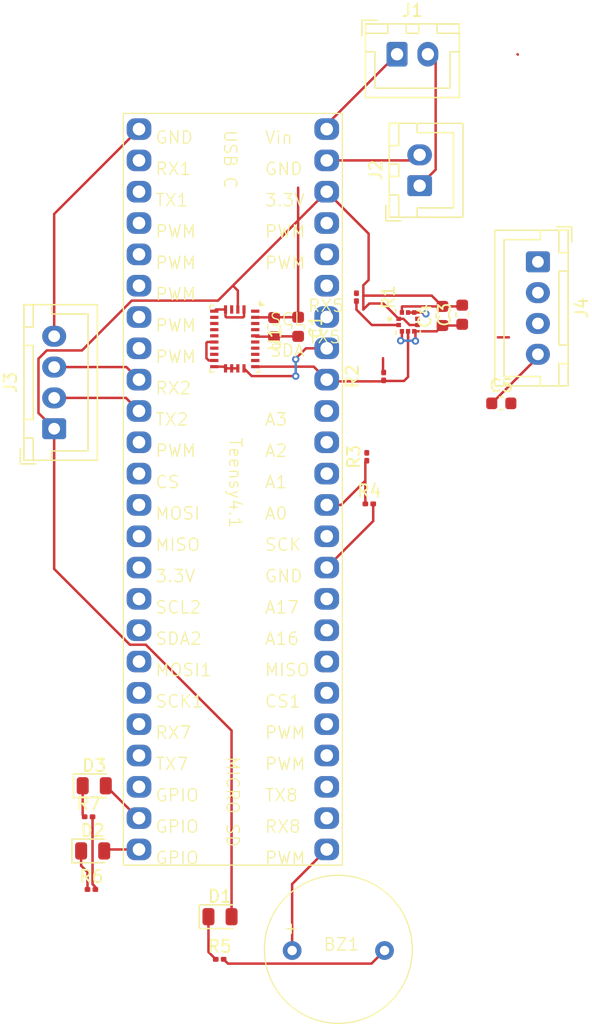
<source format=kicad_pcb>
(kicad_pcb (version 20241229) (generator "pcbnew") (generator_version "9.0")
  (layers (0 "F.Cu" signal) (2 "B.Cu" signal) (13 "F.Paste" user) (15 "B.Paste" user) (5 "F.SilkS" user "F.Silkscreen") (7 "B.SilkS" user "B.Silkscreen") (1 "F.Mask" user) (3 "B.Mask" user) (25 "Edge.Cuts" user))
  (net 0 "")
  (net 1 "GND")
  (net 2 "SDA1")
  (net 3 "SCL1")
  (net 4 "+3.3V")
  (net 6 "Net-(BZ1-+)")
  (net 7 "Net-(U1-CAP)")
  (net 8 "Net-(D1-K)")
  (net 9 "Net-(D2-A)")
  (net 10 "Net-(D2-K)")
  (net 11 "Net-(D3-A)")
  (net 12 "Net-(D3-K)")
  (net 13 "Net-(J1-Pin_1)")
  (net 14 "Net-(J1-Pin_2)")
  (net 15 "TX2")
  (net 16 "Net-(Teensy4.1-A0)")
  (net 37 "RX2")
  (footprint "Resistor_SMD:R_0201_0603Metric" (layer "F.Cu") (at 131.1148 92.5322 -90)
    (property "Reference" "R2" (at 0 2.54 90) (layer "F.SilkS"))
    (property "Value" "5k1")
    (pad "1" smd roundrect (at -0.32 0 270) (size 0.46 0.4) (layers "F.Cu" "F.Mask") (net 4 "+3.3V"))
    (pad "2" smd roundrect (at 0.32 0 270) (size 0.46 0.4) (layers "F.Cu" "F.Mask") (net 2 "SDA1"))
  )
  (footprint "Resistor_SMD:R_0201_0603Metric" (layer "F.Cu") (at 107.1626 128.2446)
    (property "Reference" "R7" (at 0 -1.05 0) (layer "F.SilkS"))
    (property "Value" "560")
    (pad "1" smd roundrect (at -0.32 0) (size 0.46 0.4) (layers "F.Cu" "F.Mask") (net 12 "Net-(D3-K)"))
    (pad "2" smd roundrect (at 0.32 0) (size 0.46 0.4) (layers "F.Cu" "F.Mask") (net 1 "GND"))
  )
  (footprint "adaafruitBuzzer:Adafruit_Buzzer" (layer "F.Cu") (at 127.6858 139.0904)
    (property "Reference" "BZ1" (at 0 -0.5 0) (layer "F.SilkS") (effects (font (thickness 0.1))))
    (property "Value" "Buzzer")
    (fp_circle (center -0.25 -0.1) (end 5.75 -0.25) (stroke (width 0.1)) (fill no) (layer "F.SilkS"))
    (fp_text user "+" (at -4.75 -1.25 0) (layer "F.SilkS") (effects (font (thickness 0.1)) (justify left bottom)))
    (pad "1" thru_hole circle (at -4 0) (size 1.524 1.524) (drill 0.762) (layers "*.Cu" "*.Mask") (net 6 "Net-(BZ1-+)"))
    (pad "2" thru_hole circle (at 3.5 0) (size 1.524 1.524) (drill 0.762) (layers "*.Cu" "*.Mask") (net 1 "GND"))
  )
  (footprint "Resistor_SMD:R_0201_0603Metric" (layer "F.Cu") (at 129.7432 99.0494 90)
    (property "Reference" "R3" (at 0 -1.05 90) (layer "F.SilkS"))
    (property "Value" "200k")
    (pad "1" smd roundrect (at -0.32 0 90) (size 0.46 0.4) (layers "F.Cu" "F.Mask") (net 16 "Net-(Teensy4.1-A0)"))
    (pad "2" smd roundrect (at 0.32 0 90) (size 0.46 0.4) (layers "F.Cu" "F.Mask") (net 14 "Net-(J1-Pin_2)"))
  )
  (footprint "Resistor_SMD:R_0201_0603Metric" (layer "F.Cu") (at 128.905 86.106 -90)
    (property "Reference" "R1" (at 0 -2.5908 90) (layer "F.SilkS"))
    (property "Value" "5k1")
    (pad "1" smd roundrect (at -0.32 0 270) (size 0.46 0.4) (layers "F.Cu" "F.Mask") (net 4 "+3.3V"))
    (pad "2" smd roundrect (at 0.32 0 270) (size 0.46 0.4) (layers "F.Cu" "F.Mask") (net 3 "SCL1"))
  )
  (footprint "Capacitor_SMD:C_0603_1608Metric" (layer "F.Cu") (at 135.89 87.63 90)
    (property "Reference" "C4" (at 0 -1.43 90) (layer "F.SilkS"))
    (property "Value" "100nF")
    (fp_line (start -0.14058 -0.51) (end 0.14058 -0.51) (stroke (width 0.12)) (layer "F.SilkS"))
    (fp_line (start -0.14058 0.51) (end 0.14058 0.51) (stroke (width 0.12)) (layer "F.SilkS"))
    (pad "1" smd roundrect (at -0.775 0 90) (size 0.9 0.95) (layers "F.Cu" "F.Mask" "F.Paste") (net 1 "GND"))
    (pad "2" smd roundrect (at 0.775 0 90) (size 0.9 0.95) (layers "F.Cu" "F.Mask" "F.Paste") (net 4 "+3.3V"))
  )
  (footprint "LED_SMD:LED_0805_2012Metric" (layer "F.Cu") (at 107.6198 125.73)
    (property "Reference" "D3" (at 0 -1.65 0) (layer "F.SilkS"))
    (property "Value" "LED")
    (fp_line (start -1.685 -0.96) (end -1.685 0.96) (stroke (width 0.12)) (layer "F.SilkS"))
    (fp_line (start -1.685 0.96) (end 1 0.96) (stroke (width 0.12)) (layer "F.SilkS"))
    (fp_line (start 1 -0.96) (end -1.685 -0.96) (stroke (width 0.12)) (layer "F.SilkS"))
    (pad "1" smd roundrect (at -0.9375 0) (size 0.975 1.4) (layers "F.Cu" "F.Mask" "F.Paste") (net 12 "Net-(D3-K)"))
    (pad "2" smd roundrect (at 0.9375 0) (size 0.975 1.4) (layers "F.Cu" "F.Mask" "F.Paste") (net 11 "Net-(D3-A)"))
  )
  (footprint "Capacitor_SMD:C_0603_1608Metric" (layer "F.Cu") (at 124.1728 88.5079 -90)
    (property "Reference" "C1" (at 0 -1.43 90) (layer "F.SilkS"))
    (property "Value" "100nF")
    (fp_line (start -0.14058 0.51) (end 0.14058 0.51) (stroke (width 0.12)) (layer "F.SilkS") (net 1953391986))
    (fp_line (start -0.14058 -0.51) (end 0.14058 -0.51) (stroke (width 0.12)) (layer "F.SilkS") (net 1953391986))
    (pad "1" smd roundrect (at -0.775 0 270) (size 0.9 0.95) (layers "F.Cu" "F.Mask" "F.Paste") (net 4 "+3.3V"))
    (pad "2" smd roundrect (at 0.775 0 270) (size 0.9 0.95) (layers "F.Cu" "F.Mask" "F.Paste") (net 1 "GND"))
  )
  (footprint "Connector_JST:JST_XH_B2B-XH-A_1x02_P2.50mm_Vertical" (layer "F.Cu") (at 132.2016 66.404)
    (property "Reference" "J1" (at 1.25 -3.55 0) (layer "F.SilkS"))
    (property "Value" "SW")
    (fp_line (start -2.85 -2.75) (end -2.85 -1.5) (stroke (width 0.12)) (layer "F.SilkS"))
    (fp_line (start -2.56 -2.46) (end -2.56 3.51) (stroke (width 0.12)) (layer "F.SilkS"))
    (fp_line (start -2.56 3.51) (end 5.06 3.51) (stroke (width 0.12)) (layer "F.SilkS"))
    (fp_line (start -2.55 -2.45) (end -2.55 -1.7) (stroke (width 0.12)) (layer "F.SilkS"))
    (fp_line (start -2.55 -1.7) (end -0.75 -1.7) (stroke (width 0.12)) (layer "F.SilkS"))
    (fp_line (start -2.55 -0.2) (end -1.8 -0.2) (stroke (width 0.12)) (layer "F.SilkS"))
    (fp_line (start -1.8 -0.2) (end -1.8 2.75) (stroke (width 0.12)) (layer "F.SilkS"))
    (fp_line (start -1.8 2.75) (end 1.25 2.75) (stroke (width 0.12)) (layer "F.SilkS"))
    (fp_line (start -1.6 -2.75) (end -2.85 -2.75) (stroke (width 0.12)) (layer "F.SilkS"))
    (fp_line (start -0.75 -2.45) (end -2.55 -2.45) (stroke (width 0.12)) (layer "F.SilkS"))
    (fp_line (start -0.75 -1.7) (end -0.75 -2.45) (stroke (width 0.12)) (layer "F.SilkS"))
    (fp_line (start 0.75 -2.45) (end 0.75 -1.7) (stroke (width 0.12)) (layer "F.SilkS"))
    (fp_line (start 0.75 -1.7) (end 1.75 -1.7) (stroke (width 0.12)) (layer "F.SilkS"))
    (fp_line (start 1.75 -2.45) (end 0.75 -2.45) (stroke (width 0.12)) (layer "F.SilkS"))
    (fp_line (start 1.75 -1.7) (end 1.75 -2.45) (stroke (width 0.12)) (layer "F.SilkS"))
    (fp_line (start 3.25 -2.45) (end 3.25 -1.7) (stroke (width 0.12)) (layer "F.SilkS"))
    (fp_line (start 3.25 -1.7) (end 5.05 -1.7) (stroke (width 0.12)) (layer "F.SilkS"))
    (fp_line (start 4.3 -0.2) (end 4.3 2.75) (stroke (width 0.12)) (layer "F.SilkS"))
    (fp_line (start 4.3 2.75) (end 1.25 2.75) (stroke (width 0.12)) (layer "F.SilkS"))
    (fp_line (start 5.05 -2.45) (end 3.25 -2.45) (stroke (width 0.12)) (layer "F.SilkS"))
    (fp_line (start 5.05 -1.7) (end 5.05 -2.45) (stroke (width 0.12)) (layer "F.SilkS"))
    (fp_line (start 5.05 -0.2) (end 4.3 -0.2) (stroke (width 0.12)) (layer "F.SilkS"))
    (fp_line (start 5.06 -2.46) (end -2.56 -2.46) (stroke (width 0.12)) (layer "F.SilkS"))
    (fp_line (start 5.06 3.51) (end 5.06 -2.46) (stroke (width 0.12)) (layer "F.SilkS"))
    (pad "1" thru_hole roundrect (at 0 0) (size 1.7 2) (drill 1) (layers "*.Cu" "*.Mask") (roundrect_rratio 0.147059) (net 13 "Net-(J1-Pin_1)"))
    (pad "2" thru_hole oval (at 2.5 0) (size 1.7 2) (drill 1) (layers "*.Cu" "*.Mask") (net 14 "Net-(J1-Pin_2)"))
  )
  (footprint "Package_LGA:LGA-28_5.2x3.8mm_P0.5mm" (layer "F.Cu") (at 119.0281 89.4909 -90)
    (property "Reference" "U1" (at 0 -3.25 90) (layer "F.SilkS"))
    (property "Value" "BNO055")
    (fp_line (start -2.71 2.01) (end -2.45 2.01) (stroke (width 0.12)) (layer "F.SilkS"))
    (fp_line (start -2.71 2.01) (end -2.71 1.75) (stroke (width 0.12)) (layer "F.SilkS"))
    (fp_line (start 2.71 2.01) (end 2.45 2.01) (stroke (width 0.12)) (layer "F.SilkS"))
    (fp_line (start 2.71 2.01) (end 2.71 1.75) (stroke (width 0.12)) (layer "F.SilkS"))
    (fp_line (start 2.71 -2.01) (end 2.71 -1.75) (stroke (width 0.12)) (layer "F.SilkS"))
    (fp_line (start 2.71 -2.01) (end 2.45 -2.01) (stroke (width 0.12)) (layer "F.SilkS"))
    (fp_poly (pts (xy -2.71 -2.01) (xy -3.07 -2.01) (xy -2.71 -2.37) (xy -2.71 -2.01)) (stroke (width 0.1)) (fill yes) (layer "F.SilkS"))
    (pad "1" smd rect (at -2.25 -1.6625 270) (size 0.254 0.675) (layers "F.Cu" "F.Mask" "F.Paste"))
    (pad "2" smd rect (at -2.3875 -0.75) (size 0.254 0.675) (layers "F.Cu" "F.Mask" "F.Paste") (net 1 "GND"))
    (pad "3" smd rect (at -2.3875 -0.25) (size 0.254 0.675) (layers "F.Cu" "F.Mask" "F.Paste") (net 4 "+3.3V"))
    (pad "4" smd rect (at -2.3875 0.25) (size 0.254 0.675) (layers "F.Cu" "F.Mask" "F.Paste"))
    (pad "5" smd rect (at -2.3875 0.75) (size 0.254 0.675) (layers "F.Cu" "F.Mask" "F.Paste") (net 1 "GND"))
    (pad "6" smd rect (at -2.25 1.6625 270) (size 0.254 0.675) (layers "F.Cu" "F.Mask" "F.Paste") (net 1 "GND"))
    (pad "7" smd rect (at -1.75 1.6625 270) (size 0.254 0.675) (layers "F.Cu" "F.Mask" "F.Paste"))
    (pad "8" smd rect (at -1.25 1.6625 270) (size 0.254 0.675) (layers "F.Cu" "F.Mask" "F.Paste"))
    (pad "9" smd rect (at -0.75 1.6625 270) (size 0.254 0.675) (layers "F.Cu" "F.Mask" "F.Paste") (net 7 "Net-(U1-CAP)"))
    (pad "10" smd rect (at -0.25 1.6625 270) (size 0.254 0.675) (layers "F.Cu" "F.Mask" "F.Paste"))
    (pad "11" smd rect (at 0.25 1.6625 270) (size 0.254 0.675) (layers "F.Cu" "F.Mask" "F.Paste") (net 4 "+3.3V"))
    (pad "12" smd rect (at 0.75 1.6625 270) (size 0.254 0.675) (layers "F.Cu" "F.Mask" "F.Paste"))
    (pad "13" smd rect (at 1.25 1.6625 270) (size 0.254 0.675) (layers "F.Cu" "F.Mask" "F.Paste"))
    (pad "14" smd rect (at 1.75 1.6625 270) (size 0.254 0.675) (layers "F.Cu" "F.Mask" "F.Paste") (net 4 "+3.3V"))
    (pad "15" smd rect (at 2.25 1.6625 270) (size 0.254 0.675) (layers "F.Cu" "F.Mask" "F.Paste") (net 1 "GND"))
    (pad "16" smd rect (at 2.3875 0.75) (size 0.254 0.675) (layers "F.Cu" "F.Mask" "F.Paste") (net 1 "GND"))
    (pad "17" smd rect (at 2.3875 0.25) (size 0.254 0.675) (layers "F.Cu" "F.Mask" "F.Paste") (net 1 "GND"))
    (pad "18" smd rect (at 2.3875 -0.25) (size 0.254 0.675) (layers "F.Cu" "F.Mask" "F.Paste") (net 1 "GND"))
    (pad "19" smd rect (at 2.3875 -0.75) (size 0.254 0.675) (layers "F.Cu" "F.Mask" "F.Paste") (net 3 "SCL1"))
    (pad "20" smd rect (at 2.25 -1.6625 270) (size 0.254 0.675) (layers "F.Cu" "F.Mask" "F.Paste") (net 2 "SDA1"))
    (pad "21" smd rect (at 1.75 -1.6625 270) (size 0.254 0.675) (layers "F.Cu" "F.Mask" "F.Paste"))
    (pad "22" smd rect (at 1.25 -1.6625 270) (size 0.254 0.675) (layers "F.Cu" "F.Mask" "F.Paste"))
    (pad "23" smd rect (at 0.75 -1.6625 270) (size 0.254 0.675) (layers "F.Cu" "F.Mask" "F.Paste"))
    (pad "24" smd rect (at 0.25 -1.6625 270) (size 0.254 0.675) (layers "F.Cu" "F.Mask" "F.Paste"))
    (pad "25" smd rect (at -0.25 -1.6625 270) (size 0.254 0.675) (layers "F.Cu" "F.Mask" "F.Paste") (net 1 "GND"))
    (pad "26" smd rect (at -0.75 -1.6625 270) (size 0.254 0.675) (layers "F.Cu" "F.Mask" "F.Paste"))
    (pad "27" smd rect (at -1.25 -1.6625 270) (size 0.254 0.675) (layers "F.Cu" "F.Mask" "F.Paste"))
    (pad "28" smd rect (at -1.75 -1.6625 270) (size 0.254 0.675) (layers "F.Cu" "F.Mask" "F.Paste") (net 4 "+3.3V"))
  )
  (footprint "LED_SMD:LED_0805_2012Metric" (layer "F.Cu") (at 107.4928 131.0132)
    (property "Reference" "D2" (at 0 -1.65 0) (layer "F.SilkS"))
    (property "Value" "LED")
    (fp_line (start -1.685 -0.96) (end -1.685 0.96) (stroke (width 0.12)) (layer "F.SilkS"))
    (fp_line (start -1.685 0.96) (end 1 0.96) (stroke (width 0.12)) (layer "F.SilkS"))
    (fp_line (start 1 -0.96) (end -1.685 -0.96) (stroke (width 0.12)) (layer "F.SilkS"))
    (pad "1" smd roundrect (at -0.9375 0) (size 0.975 1.4) (layers "F.Cu" "F.Mask" "F.Paste") (net 10 "Net-(D2-K)"))
    (pad "2" smd roundrect (at 0.9375 0) (size 0.975 1.4) (layers "F.Cu" "F.Mask" "F.Paste") (net 9 "Net-(D2-A)"))
  )
  (footprint "Resistor_SMD:R_0201_0603Metric" (layer "F.Cu") (at 107.3912 134.1374)
    (property "Reference" "R6" (at 0 -1.05 0) (layer "F.SilkS"))
    (property "Value" "560")
    (pad "1" smd roundrect (at -0.32 0) (size 0.46 0.4) (layers "F.Cu" "F.Mask") (net 10 "Net-(D2-K)"))
    (pad "2" smd roundrect (at 0.32 0) (size 0.46 0.4) (layers "F.Cu" "F.Mask") (net 1 "GND"))
  )
  (footprint "Capacitor_SMD:C_0603_1608Metric" (layer "F.Cu") (at 122.217 88.5333 90)
    (property "Reference" "C2" (hide yes))
    (property "Value" "100nF")
    (fp_line (start -0.14058 -0.51) (end 0.14058 -0.51) (stroke (width 0.12)) (layer "F.SilkS") (net 1953391986))
    (fp_line (start -0.14058 0.51) (end 0.14058 0.51) (stroke (width 0.12)) (layer "F.SilkS") (net 1953391986))
    (pad "1" smd roundrect (at -0.775 0 90) (size 0.9 0.95) (layers "F.Cu" "F.Mask" "F.Paste") (net 1 "GND"))
    (pad "2" smd roundrect (at 0.775 0 90) (size 0.9 0.95) (layers "F.Cu" "F.Mask" "F.Paste") (net 4 "+3.3V"))
  )
  (footprint "Capacitor_SMD:C_0603_1608Metric" (layer "F.Cu") (at 140.6652 94.7166)
    (property "Reference" "C5" (at 0 -1.43 0) (layer "F.SilkS"))
    (property "Value" "100nF")
    (fp_line (start -0.14058 -0.51) (end 0.14058 -0.51) (stroke (width 0.12)) (layer "F.SilkS"))
    (fp_line (start -0.14058 0.51) (end 0.14058 0.51) (stroke (width 0.12)) (layer "F.SilkS"))
    (pad "1" smd roundrect (at -0.775 0) (size 0.9 0.95) (layers "F.Cu" "F.Mask" "F.Paste") (net 1 "GND"))
    (pad "2" smd roundrect (at 0.775 0) (size 0.9 0.95) (layers "F.Cu" "F.Mask" "F.Paste") (net 7 "Net-(U1-CAP)"))
  )
  (footprint "LED_SMD:LED_0805_2012Metric" (layer "F.Cu") (at 117.8306 136.3472)
    (property "Reference" "D1" (at 0 -1.65 0) (layer "F.SilkS"))
    (property "Value" "LED")
    (fp_line (start -1.685 -0.96) (end -1.685 0.96) (stroke (width 0.12)) (layer "F.SilkS"))
    (fp_line (start -1.685 0.96) (end 1 0.96) (stroke (width 0.12)) (layer "F.SilkS"))
    (fp_line (start 1 -0.96) (end -1.685 -0.96) (stroke (width 0.12)) (layer "F.SilkS"))
    (pad "1" smd roundrect (at -0.9375 0) (size 0.975 1.4) (layers "F.Cu" "F.Mask" "F.Paste") (net 8 "Net-(D1-K)"))
    (pad "2" smd roundrect (at 0.9375 0) (size 0.975 1.4) (layers "F.Cu" "F.Mask" "F.Paste") (net 4 "+3.3V"))
  )
  (footprint "footprint:teensy" (layer "F.Cu") (at 118.8733 101.6846)
    (property "Reference" "Teensy4.1" (at 0.2 -0.5 270) (layer "F.SilkS") (effects (font (thickness 0.1))))
    (property "Value" "~")
    (fp_line (start -8.89 -1.27) (end -8.89 -30.48) (stroke (width 0.1)) (layer "F.SilkS"))
    (fp_line (start -8.89 -1.27) (end -8.89 0) (stroke (width 0.1)) (layer "F.SilkS"))
    (fp_line (start -8.89 0) (end -8.89 30.48) (stroke (width 0.1)) (layer "F.SilkS"))
    (fp_line (start -8.89 30.48) (end 8.89 30.48) (stroke (width 0.1)) (layer "F.SilkS"))
    (fp_line (start 8.89 -30.48) (end -8.89 -30.48) (stroke (width 0.1)) (layer "F.SilkS"))
    (fp_line (start 8.89 -30.48) (end 8.89 -2.54) (stroke (width 0.1)) (layer "F.SilkS"))
    (fp_line (start 8.89 30.48) (end 8.89 -2.54) (stroke (width 0.1)) (layer "F.SilkS"))
    (fp_text user "PWM" (at 2.54 -17.78 0) (layer "F.SilkS") (effects (font (thickness 0.1)) (justify left bottom)))
    (fp_text user "USB C" (at -0.8 -29.2 270) (layer "F.SilkS") (effects (font (thickness 0.1)) (justify left bottom)))
    (fp_text user "SDA2" (at -6.35 12.7 0) (layer "F.SilkS") (effects (font (thickness 0.1)) (justify left bottom)))
    (fp_text user "TX8" (at 2.54 25.4 0) (layer "F.SilkS") (effects (font (thickness 0.1)) (justify left bottom)))
    (fp_text user "PWM" (at -6.35 -10.16 0) (layer "F.SilkS") (effects (font (thickness 0.1)) (justify left bottom)))
    (fp_text user "TX2" (at -6.35 -5.08 0) (layer "F.SilkS") (effects (font (thickness 0.1)) (justify left bottom)))
    (fp_text user "GPIO" (at -6.35 27.94 0) (layer "F.SilkS") (effects (font (thickness 0.1)) (justify left bottom)))
    (fp_text user "PWM" (at -6.35 -17.78 0) (layer "F.SilkS") (effects (font (thickness 0.1)) (justify left bottom)))
    (fp_text user "GND" (at -6.35 -27.94 0) (layer "F.SilkS") (effects (font (thickness 0.1)) (justify left bottom)))
    (fp_text user "CS" (at -6.35 0 0) (layer "F.SilkS") (effects (font (thickness 0.1)) (justify left bottom)))
    (fp_text user "A16" (at 2.54 12.7 0) (layer "F.SilkS") (effects (font (thickness 0.1)) (justify left bottom)))
    (fp_text user "PWM" (at 2.54 -20.32 0) (layer "F.SilkS") (effects (font (thickness 0.1)) (justify left bottom)))
    (fp_text user "PWM" (at -6.35 -20.32 0) (layer "F.SilkS") (effects (font (thickness 0.1)) (justify left bottom)))
    (fp_text user "PWM" (at 2.54 30.48 0) (layer "F.SilkS") (effects (font (thickness 0.1)) (justify left bottom)))
    (fp_text user "A1" (at 2.54 0 0) (layer "F.SilkS") (effects (font (thickness 0.1)) (justify left bottom)))
    (fp_text user "RX1" (at -6.35 -25.4 0) (layer "F.SilkS") (effects (font (thickness 0.1)) (justify left bottom)))
    (fp_text user "SCK1" (at -6.35 17.78 0) (layer "F.SilkS") (effects (font (thickness 0.1)) (justify left bottom)))
    (fp_text user "MISO" (at 2.54 15.24 0) (layer "F.SilkS") (effects (font (thickness 0.1)) (justify left bottom)))
    (fp_text user "TX7" (at -6.35 22.86 0) (layer "F.SilkS") (effects (font (thickness 0.1)) (justify left bottom)))
    (fp_text user "MOSI" (at -6.35 2.54 0) (layer "F.SilkS") (effects (font (thickness 0.1)) (justify left bottom)))
    (fp_text user "SCL2" (at -6.35 10.16 0) (layer "F.SilkS") (effects (font (thickness 0.1)) (justify left bottom)))
    (fp_text user "RX5" (at 6.038 -14.2989 0) (layer "F.SilkS") (effects (font (thickness 0.1)) (justify left bottom)))
    (fp_text user "MOSI1" (at -6.35 15.24 0) (layer "F.SilkS") (effects (font (thickness 0.1)) (justify left bottom)))
    (fp_text user "SDA" (at 2.9386 -10.6667 0) (layer "F.SilkS") (effects (font (thickness 0.1)) (justify left bottom)))
    (fp_text user "A3" (at 2.54 -5.08 0) (layer "F.SilkS") (effects (font (thickness 0.1)) (justify left bottom)))
    (fp_text user "PWM" (at -6.35 -12.7 0) (layer "F.SilkS") (effects (font (thickness 0.1)) (justify left bottom)))
    (fp_text user "GPIO" (at -6.35 25.4 0) (layer "F.SilkS") (effects (font (thickness 0.1)) (justify left bottom)))
    (fp_text user "GND" (at 2.54 7.62 0) (layer "F.SilkS") (effects (font (thickness 0.1)) (justify left bottom)))
    (fp_text user "3.3V" (at -6.35 7.62 0) (layer "F.SilkS") (effects (font (thickness 0.1)) (justify left bottom)))
    (fp_text user "TX1" (at -6.35 -22.86 0) (layer "F.SilkS") (effects (font (thickness 0.1)) (justify left bottom)))
    (fp_text user "MISO" (at -6.35 5.08 0) (layer "F.SilkS") (effects (font (thickness 0.1)) (justify left bottom)))
    (fp_text user "PWM" (at -6.35 -15.24 0) (layer "F.SilkS") (effects (font (thickness 0.1)) (justify left bottom)))
    (fp_text user "A2" (at 2.54 -2.54 0) (layer "F.SilkS") (effects (font (thickness 0.1)) (justify left bottom)))
    (fp_text user "GPIO" (at -6.35 30.48 0) (layer "F.SilkS") (effects (font (thickness 0.1)) (justify left bottom)))
    (fp_text user "MICRO SD" (at -0.6 21.59 270) (layer "F.SilkS") (effects (font (thickness 0.1)) (justify left bottom)))
    (fp_text user "A17" (at 2.54 10.16 0) (layer "F.SilkS") (effects (font (thickness 0.1)) (justify left bottom)))
    (fp_text user "PWM" (at -6.35 -2.54 0) (layer "F.SilkS") (effects (font (thickness 0.1)) (justify left bottom)))
    (fp_text user "PWM" (at 2.54 22.86 0) (layer "F.SilkS") (effects (font (thickness 0.1)) (justify left bottom)))
    (fp_text user "A0" (at 2.54 2.54 0) (layer "F.SilkS") (effects (font (thickness 0.1)) (justify left bottom)))
    (fp_text user "RX2" (at -6.35 -7.62 0) (layer "F.SilkS") (effects (font (thickness 0.1)) (justify left bottom)))
    (fp_text user "RX7" (at -6.35 20.32 0) (layer "F.SilkS") (effects (font (thickness 0.1)) (justify left bottom)))
    (fp_text user "PWM" (at 2.54 20.32 0) (layer "F.SilkS") (effects (font (thickness 0.1)) (justify left bottom)))
    (fp_text user "GND" (at 2.54 -25.4 0) (layer "F.SilkS") (effects (font (thickness 0.1)) (justify left bottom)))
    (fp_text user "SCL" (at 2.9386 -13.2067 0) (layer "F.SilkS") (effects (font (thickness 0.1)) (justify left bottom)))
    (fp_text user "TX5" (at 6.038 -11.7589 0) (layer "F.SilkS") (effects (font (thickness 0.1)) (justify left bottom)))
    (fp_text user "3.3V" (at 2.54 -22.86 0) (layer "F.SilkS") (effects (font (thickness 0.1)) (justify left bottom)))
    (fp_text user "RX8" (at 2.54 27.94 0) (layer "F.SilkS") (effects (font (thickness 0.1)) (justify left bottom)))
    (fp_text user "CS1" (at 2.54 17.78 0) (layer "F.SilkS") (effects (font (thickness 0.1)) (justify left bottom)))
    (fp_text user "Vin" (at 2.54 -27.94 0) (layer "F.SilkS") (effects (font (thickness 0.1)) (justify left bottom)))
    (fp_text user "SCK" (at 2.54 5.08 0) (layer "F.SilkS") (effects (font (thickness 0.1)) (justify left bottom)))
    (pad "0" thru_hole roundrect (at -7.62 -26.67) (size 2 1.75) (drill 1.02) (layers "*.Cu" "*.Mask") (roundrect_rratio 0.375))
    (pad "1" thru_hole roundrect (at -7.62 -24.13) (size 2 1.75) (drill 1.02) (layers "*.Cu" "*.Mask") (roundrect_rratio 0.375))
    (pad "2" thru_hole roundrect (at -7.62 -21.59) (size 2 1.75) (drill 1.02) (layers "*.Cu" "*.Mask") (roundrect_rratio 0.375))
    (pad "3" thru_hole roundrect (at -7.62 -19.05) (size 2 1.75) (drill 1.02) (layers "*.Cu" "*.Mask") (roundrect_rratio 0.375))
    (pad "3V" thru_hole roundrect (at -7.62 6.35) (size 2 1.75) (drill 1.02) (layers "*.Cu" "*.Mask") (roundrect_rratio 0.375))
    (pad "3V1" thru_hole roundrect (at 7.62 -24.13) (size 2 1.75) (drill 1.02) (layers "*.Cu" "*.Mask") (roundrect_rratio 0.375) (net 4 "+3.3V"))
    (pad "4" thru_hole roundrect (at -7.62 -16.51) (size 2 1.75) (drill 1.02) (layers "*.Cu" "*.Mask") (roundrect_rratio 0.375))
    (pad "5" thru_hole roundrect (at -7.62 -13.97) (size 2 1.75) (drill 1.02) (layers "*.Cu" "*.Mask") (roundrect_rratio 0.375))
    (pad "5V" thru_hole roundrect (at 7.62 -29.21) (size 2 1.75) (drill 1.02) (layers "*.Cu" "*.Mask") (roundrect_rratio 0.375) (net 13 "Net-(J1-Pin_1)"))
    (pad "6" thru_hole roundrect (at -7.62 -11.43) (size 2 1.75) (drill 1.02) (layers "*.Cu" "*.Mask") (roundrect_rratio 0.375))
    (pad "7" thru_hole roundrect (at -7.62 -8.89) (size 2 1.75) (drill 1.02) (layers "*.Cu" "*.Mask") (roundrect_rratio 0.375) (net 37 "RX2"))
    (pad "8" thru_hole roundrect (at -7.62 -6.35) (size 2 1.75) (drill 1.02) (layers "*.Cu" "*.Mask") (roundrect_rratio 0.375) (net 15 "TX2"))
    (pad "9" thru_hole roundrect (at -7.62 -3.81) (size 2 1.75) (drill 1.02) (layers "*.Cu" "*.Mask") (roundrect_rratio 0.375))
    (pad "10" thru_hole roundrect (at -7.62 -1.27) (size 2 1.75) (drill 1.02) (layers "*.Cu" "*.Mask") (roundrect_rratio 0.375))
    (pad "11" thru_hole roundrect (at -7.62 1.27) (size 2 1.75) (drill 1.02) (layers "*.Cu" "*.Mask") (roundrect_rratio 0.375))
    (pad "12" thru_hole roundrect (at -7.62 3.81) (size 2 1.75) (drill 1.02) (layers "*.Cu" "*.Mask") (roundrect_rratio 0.375))
    (pad "13" thru_hole roundrect (at 7.62 3.81) (size 2 1.75) (drill 1.02) (layers "*.Cu" "*.Mask") (roundrect_rratio 0.375))
    (pad "14" thru_hole roundrect (at 7.62 1.27) (size 2 1.75) (drill 1.02) (layers "*.Cu" "*.Mask") (roundrect_rratio 0.375) (net 16 "Net-(Teensy4.1-A0)"))
    (pad "15" thru_hole roundrect (at 7.62 -1.27) (size 2 1.75) (drill 1.02) (layers "*.Cu" "*.Mask") (roundrect_rratio 0.375))
    (pad "16" thru_hole roundrect (at 7.62 -3.81) (size 2 1.75) (drill 1.02) (layers "*.Cu" "*.Mask") (roundrect_rratio 0.375))
    (pad "17" thru_hole roundrect (at 7.62 -6.35) (size 2 1.75) (drill 1.02) (layers "*.Cu" "*.Mask") (roundrect_rratio 0.375))
    (pad "18" thru_hole roundrect (at 7.62 -8.89) (size 2 1.75) (drill 1.02) (layers "*.Cu" "*.Mask") (roundrect_rratio 0.375) (net 2 "SDA1"))
    (pad "19" thru_hole roundrect (at 7.62 -11.43) (size 2 1.75) (drill 1.02) (layers "*.Cu" "*.Mask") (roundrect_rratio 0.375) (net 3 "SCL1"))
    (pad "20" thru_hole roundrect (at 7.62 -13.97) (size 2 1.75) (drill 1.02) (layers "*.Cu" "*.Mask") (roundrect_rratio 0.375))
    (pad "21" thru_hole roundrect (at 7.62 -16.51) (size 2 1.75) (drill 1.02) (layers "*.Cu" "*.Mask") (roundrect_rratio 0.375))
    (pad "22" thru_hole roundrect (at 7.62 -19.05) (size 2 1.75) (drill 1.02) (layers "*.Cu" "*.Mask") (roundrect_rratio 0.375))
    (pad "23" thru_hole roundrect (at 7.62 -21.59) (size 2 1.75) (drill 1.02) (layers "*.Cu" "*.Mask") (roundrect_rratio 0.375))
    (pad "24" thru_hole roundrect (at -7.62 8.89) (size 2 1.75) (drill 1.02) (layers "*.Cu" "*.Mask") (roundrect_rratio 0.375))
    (pad "25" thru_hole roundrect (at -7.62 11.43) (size 2 1.75) (drill 1.02) (layers "*.Cu" "*.Mask") (roundrect_rratio 0.375))
    (pad "26" thru_hole roundrect (at -7.62 13.97) (size 2 1.75) (drill 1.02) (layers "*.Cu" "*.Mask") (roundrect_rratio 0.375))
    (pad "27" thru_hole roundrect (at -7.62 16.51) (size 2 1.75) (drill 1.02) (layers "*.Cu" "*.Mask") (roundrect_rratio 0.375))
    (pad "28" thru_hole roundrect (at -7.62 19.05) (size 2 1.75) (drill 1.02) (layers "*.Cu" "*.Mask") (roundrect_rratio 0.375))
    (pad "29" thru_hole roundrect (at -7.62 21.59) (size 2 1.75) (drill 1.02) (layers "*.Cu" "*.Mask") (roundrect_rratio 0.375))
    (pad "30" thru_hole roundrect (at -7.62 24.13) (size 2 1.75) (drill 1.02) (layers "*.Cu" "*.Mask") (roundrect_rratio 0.375))
    (pad "31" thru_hole roundrect (at -7.62 26.67) (size 2 1.75) (drill 1.02) (layers "*.Cu" "*.Mask") (roundrect_rratio 0.375) (net 11 "Net-(D3-A)"))
    (pad "32" thru_hole roundrect (at -7.62 29.21) (size 2 1.75) (drill 1.02) (layers "*.Cu" "*.Mask") (roundrect_rratio 0.375) (net 9 "Net-(D2-A)"))
    (pad "33" thru_hole roundrect (at 7.62 29.21) (size 2 1.75) (drill 1.02) (layers "*.Cu" "*.Mask") (roundrect_rratio 0.375) (net 6 "Net-(BZ1-+)"))
    (pad "34" thru_hole roundrect (at 7.62 26.67) (size 2 1.75) (drill 1.02) (layers "*.Cu" "*.Mask") (roundrect_rratio 0.375))
    (pad "35" thru_hole roundrect (at 7.62 24.13) (size 2 1.75) (drill 1.02) (layers "*.Cu" "*.Mask") (roundrect_rratio 0.375))
    (pad "36" thru_hole roundrect (at 7.62 21.59) (size 2 1.75) (drill 1.02) (layers "*.Cu" "*.Mask") (roundrect_rratio 0.375))
    (pad "37" thru_hole roundrect (at 7.62 19.05) (size 2 1.75) (drill 1.02) (layers "*.Cu" "*.Mask") (roundrect_rratio 0.375))
    (pad "38" thru_hole roundrect (at 7.62 16.51) (size 2 1.75) (drill 1.02) (layers "*.Cu" "*.Mask") (roundrect_rratio 0.375))
    (pad "39" thru_hole roundrect (at 7.62 13.97) (size 2 1.75) (drill 1.02) (layers "*.Cu" "*.Mask") (roundrect_rratio 0.375))
    (pad "40" thru_hole roundrect (at 7.62 11.43) (size 2 1.75) (drill 1.02) (layers "*.Cu" "*.Mask") (roundrect_rratio 0.375))
    (pad "41" thru_hole roundrect (at 7.62 8.89) (size 2 1.75) (drill 1.02) (layers "*.Cu" "*.Mask") (roundrect_rratio 0.375))
    (pad "G" thru_hole roundrect (at -7.62 -29.21) (size 2 1.75) (drill 1.02) (layers "*.Cu" "*.Mask") (roundrect_rratio 0.375) (net 1 "GND"))
    (pad "G1" thru_hole roundrect (at 7.62 -26.67) (size 2 1.75) (drill 1.02) (layers "*.Cu" "*.Mask") (roundrect_rratio 0.375) (net 1 "GND"))
    (pad "G2" thru_hole roundrect (at 7.62 6.35) (size 2 1.75) (drill 1.02) (layers "*.Cu" "*.Mask") (roundrect_rratio 0.375) (net 1 "GND"))
  )
  (footprint "Connector_JST:JST_XH_B2B-XH-A_1x02_P2.50mm_Vertical" (layer "F.Cu") (at 134.0358 77.0636 90)
    (property "Reference" "J2" (at 1.25 -3.55 90) (layer "F.SilkS"))
    (property "Value" "BAT")
    (fp_line (start -1.6 -2.75) (end -2.85 -2.75) (stroke (width 0.12)) (layer "F.SilkS"))
    (fp_line (start -2.85 -2.75) (end -2.85 -1.5) (stroke (width 0.12)) (layer "F.SilkS"))
    (fp_line (start 5.06 -2.46) (end -2.56 -2.46) (stroke (width 0.12)) (layer "F.SilkS"))
    (fp_line (start -2.56 -2.46) (end -2.56 3.51) (stroke (width 0.12)) (layer "F.SilkS"))
    (fp_line (start 5.05 -2.45) (end 3.25 -2.45) (stroke (width 0.12)) (layer "F.SilkS"))
    (fp_line (start 3.25 -2.45) (end 3.25 -1.7) (stroke (width 0.12)) (layer "F.SilkS"))
    (fp_line (start 1.75 -2.45) (end 0.75 -2.45) (stroke (width 0.12)) (layer "F.SilkS"))
    (fp_line (start 0.75 -2.45) (end 0.75 -1.7) (stroke (width 0.12)) (layer "F.SilkS"))
    (fp_line (start -0.75 -2.45) (end -2.55 -2.45) (stroke (width 0.12)) (layer "F.SilkS"))
    (fp_line (start -2.55 -2.45) (end -2.55 -1.7) (stroke (width 0.12)) (layer "F.SilkS"))
    (fp_line (start 5.05 -1.7) (end 5.05 -2.45) (stroke (width 0.12)) (layer "F.SilkS"))
    (fp_line (start 3.25 -1.7) (end 5.05 -1.7) (stroke (width 0.12)) (layer "F.SilkS"))
    (fp_line (start 1.75 -1.7) (end 1.75 -2.45) (stroke (width 0.12)) (layer "F.SilkS"))
    (fp_line (start 0.75 -1.7) (end 1.75 -1.7) (stroke (width 0.12)) (layer "F.SilkS"))
    (fp_line (start -0.75 -1.7) (end -0.75 -2.45) (stroke (width 0.12)) (layer "F.SilkS"))
    (fp_line (start -2.55 -1.7) (end -0.75 -1.7) (stroke (width 0.12)) (layer "F.SilkS"))
    (fp_line (start 5.05 -0.2) (end 4.3 -0.2) (stroke (width 0.12)) (layer "F.SilkS"))
    (fp_line (start 4.3 -0.2) (end 4.3 2.75) (stroke (width 0.12)) (layer "F.SilkS"))
    (fp_line (start -1.8 -0.2) (end -1.8 2.75) (stroke (width 0.12)) (layer "F.SilkS"))
    (fp_line (start -2.55 -0.2) (end -1.8 -0.2) (stroke (width 0.12)) (layer "F.SilkS"))
    (fp_line (start 4.3 2.75) (end 1.25 2.75) (stroke (width 0.12)) (layer "F.SilkS"))
    (fp_line (start -1.8 2.75) (end 1.25 2.75) (stroke (width 0.12)) (layer "F.SilkS"))
    (fp_line (start 5.06 3.51) (end 5.06 -2.46) (stroke (width 0.12)) (layer "F.SilkS"))
    (fp_line (start -2.56 3.51) (end 5.06 3.51) (stroke (width 0.12)) (layer "F.SilkS"))
    (pad "1" thru_hole roundrect (at 0 0 90) (size 1.7 2) (drill 1) (layers "*.Cu" "*.Mask") (roundrect_rratio 0.147059) (net 14 "Net-(J1-Pin_2)"))
    (pad "2" thru_hole oval (at 2.5 0 90) (size 1.7 2) (drill 1) (layers "*.Cu" "*.Mask") (net 1 "GND"))
  )
  (footprint "Resistor_SMD:R_0201_0603Metric" (layer "F.Cu") (at 129.9464 102.87)
    (property "Reference" "R4" (at 0 -1.05 0) (layer "F.SilkS"))
    (property "Value" "300k")
    (pad "1" smd roundrect (at -0.32 0) (size 0.46 0.4) (layers "F.Cu" "F.Mask") (net 16 "Net-(Teensy4.1-A0)"))
    (pad "2" smd roundrect (at 0.32 0) (size 0.46 0.4) (layers "F.Cu" "F.Mask") (net 1 "GND"))
  )
  (footprint "LPS22DFTR:XDCR_LPS22DFTR" (layer "F.Cu") (at 133.096 88.1126)
    (property "Reference" "A1" (hide yes))
    (property "Value" "LPS22DFTR" (hide yes))
    (fp_line (start -1 -0.745) (end -1 -1) (stroke (width 0.127)) (layer "F.SilkS"))
    (fp_line (start -1 1) (end -1 0.745) (stroke (width 0.127)) (layer "F.SilkS"))
    (fp_line (start 1 -1) (end 1 -0.745) (stroke (width 0.127)) (layer "F.SilkS"))
    (fp_line (start 1 1) (end 1 0.745) (stroke (width 0.127)) (layer "F.SilkS"))
    (fp_circle (center -1.5 -0.25) (end -1.4 -0.25) (stroke (width 0.2)) (fill no) (layer "F.SilkS"))
    (pad "1" smd rect (at -0.7625 -0.25) (size 0.375 0.35) (layers "F.Cu") (net 4 "+3.3V"))
    (pad "2" smd rect (at -0.7625 0.25) (size 0.375 0.35) (layers "F.Cu") (net 3 "SCL1"))
    (pad "3" smd rect (at -0.5 0.7625) (size 0.35 0.375) (layers "F.Cu") (net 1 "GND"))
    (pad "4" smd rect (at 0 0.7625) (size 0.35 0.375) (layers "F.Cu") (net 2 "SDA1"))
    (pad "5" smd rect (at 0.5 0.7625) (size 0.35 0.375) (layers "F.Cu") (net 1 "GND"))
    (pad "6" smd rect (at 0.7625 0.25) (size 0.375 0.35) (layers "F.Cu") (net 4 "+3.3V"))
    (pad "7" smd rect (at 0.7625 -0.25) (size 0.375 0.35) (layers "F.Cu"))
    (pad "8" smd rect (at 0.5 -0.7625) (size 0.35 0.375) (layers "F.Cu") (net 1 "GND"))
    (pad "9" smd rect (at 0 -0.7625) (size 0.35 0.375) (layers "F.Cu") (net 1 "GND"))
    (pad "10" smd rect (at -0.5 -0.7625) (size 0.35 0.375) (layers "F.Cu") (net 4 "+3.3V"))
  )
  (footprint "Connector_JST:JST_XH_B4B-XH-A_1x04_P2.50mm_Vertical" (layer "F.Cu") (at 143.637 83.2396 -90)
    (property "Reference" "J4" (at 3.75 -3.55 90) (layer "F.SilkS"))
    (property "Value" "I2C")
    (fp_line (start -2.56 3.51) (end 10.06 3.51) (stroke (width 0.12)) (layer "F.SilkS"))
    (fp_line (start 10.06 3.51) (end 10.06 -2.46) (stroke (width 0.12)) (layer "F.SilkS"))
    (fp_line (start -1.8 2.75) (end 3.75 2.75) (stroke (width 0.12)) (layer "F.SilkS"))
    (fp_line (start 9.3 2.75) (end 3.75 2.75) (stroke (width 0.12)) (layer "F.SilkS"))
    (fp_line (start -2.55 -0.2) (end -1.8 -0.2) (stroke (width 0.12)) (layer "F.SilkS"))
    (fp_line (start -1.8 -0.2) (end -1.8 2.75) (stroke (width 0.12)) (layer "F.SilkS"))
    (fp_line (start 9.3 -0.2) (end 9.3 2.75) (stroke (width 0.12)) (layer "F.SilkS"))
    (fp_line (start 10.05 -0.2) (end 9.3 -0.2) (stroke (width 0.12)) (layer "F.SilkS"))
    (fp_line (start -2.55 -1.7) (end -0.75 -1.7) (stroke (width 0.12)) (layer "F.SilkS"))
    (fp_line (start -0.75 -1.7) (end -0.75 -2.45) (stroke (width 0.12)) (layer "F.SilkS"))
    (fp_line (start 0.75 -1.7) (end 6.75 -1.7) (stroke (width 0.12)) (layer "F.SilkS"))
    (fp_line (start 6.75 -1.7) (end 6.75 -2.45) (stroke (width 0.12)) (layer "F.SilkS"))
    (fp_line (start 8.25 -1.7) (end 10.05 -1.7) (stroke (width 0.12)) (layer "F.SilkS"))
    (fp_line (start 10.05 -1.7) (end 10.05 -2.45) (stroke (width 0.12)) (layer "F.SilkS"))
    (fp_line (start -2.55 -2.45) (end -2.55 -1.7) (stroke (width 0.12)) (layer "F.SilkS"))
    (fp_line (start -0.75 -2.45) (end -2.55 -2.45) (stroke (width 0.12)) (layer "F.SilkS"))
    (fp_line (start 0.75 -2.45) (end 0.75 -1.7) (stroke (width 0.12)) (layer "F.SilkS"))
    (fp_line (start 6.75 -2.45) (end 0.75 -2.45) (stroke (width 0.12)) (layer "F.SilkS"))
    (fp_line (start 8.25 -2.45) (end 8.25 -1.7) (stroke (width 0.12)) (layer "F.SilkS"))
    (fp_line (start 10.05 -2.45) (end 8.25 -2.45) (stroke (width 0.12)) (layer "F.SilkS"))
    (fp_line (start -2.56 -2.46) (end -2.56 3.51) (stroke (width 0.12)) (layer "F.SilkS"))
    (fp_line (start 10.06 -2.46) (end -2.56 -2.46) (stroke (width 0.12)) (layer "F.SilkS"))
    (fp_line (start -2.85 -2.75) (end -2.85 -1.5) (stroke (width 0.12)) (layer "F.SilkS"))
    (fp_line (start -1.6 -2.75) (end -2.85 -2.75) (stroke (width 0.12)) (layer "F.SilkS"))
    (pad "1" thru_hole roundrect (at 0 0 270) (size 1.7 1.95) (drill 0.95) (layers "*.Cu" "*.Mask") (roundrect_rratio 0.147059) (net 4 "+3.3V"))
    (pad "2" thru_hole oval (at 2.5 0 270) (size 1.7 1.95) (drill 0.95) (layers "*.Cu" "*.Mask") (net 2 "SDA1"))
    (pad "3" thru_hole oval (at 5 0 270) (size 1.7 1.95) (drill 0.95) (layers "*.Cu" "*.Mask") (net 3 "SCL1"))
    (pad "4" thru_hole oval (at 7.5 0 270) (size 1.7 1.95) (drill 0.95) (layers "*.Cu" "*.Mask") (net 1 "GND"))
  )
  (footprint "Capacitor_SMD:C_0603_1608Metric" (layer "F.Cu") (at 137.4902 87.5284 90)
    (property "Reference" "C3" (at 0 -1.43 90) (layer "F.SilkS"))
    (property "Value" "100nF")
    (fp_line (start -0.14058 -0.51) (end 0.14058 -0.51) (stroke (width 0.12)) (layer "F.SilkS"))
    (fp_line (start -0.14058 0.51) (end 0.14058 0.51) (stroke (width 0.12)) (layer "F.SilkS"))
    (pad "1" smd roundrect (at -0.775 0 90) (size 0.9 0.95) (layers "F.Cu" "F.Mask" "F.Paste") (net 1 "GND"))
    (pad "2" smd roundrect (at 0.775 0 90) (size 0.9 0.95) (layers "F.Cu" "F.Mask" "F.Paste") (net 4 "+3.3V"))
  )
  (footprint "Connector_JST:JST_XH_B4B-XH-A_1x04_P2.50mm_Vertical" (layer "F.Cu") (at 104.3686 96.774 90)
    (property "Reference" "J3" (at 3.75 -3.55 90) (layer "F.SilkS"))
    (property "Value" "UART")
    (fp_line (start -1.6 -2.75) (end -2.85 -2.75) (stroke (width 0.12)) (layer "F.SilkS"))
    (fp_line (start -2.85 -2.75) (end -2.85 -1.5) (stroke (width 0.12)) (layer "F.SilkS"))
    (fp_line (start 10.06 -2.46) (end -2.56 -2.46) (stroke (width 0.12)) (layer "F.SilkS"))
    (fp_line (start -2.56 -2.46) (end -2.56 3.51) (stroke (width 0.12)) (layer "F.SilkS"))
    (fp_line (start 10.05 -2.45) (end 8.25 -2.45) (stroke (width 0.12)) (layer "F.SilkS"))
    (fp_line (start 8.25 -2.45) (end 8.25 -1.7) (stroke (width 0.12)) (layer "F.SilkS"))
    (fp_line (start 6.75 -2.45) (end 0.75 -2.45) (stroke (width 0.12)) (layer "F.SilkS"))
    (fp_line (start 0.75 -2.45) (end 0.75 -1.7) (stroke (width 0.12)) (layer "F.SilkS"))
    (fp_line (start -0.75 -2.45) (end -2.55 -2.45) (stroke (width 0.12)) (layer "F.SilkS"))
    (fp_line (start -2.55 -2.45) (end -2.55 -1.7) (stroke (width 0.12)) (layer "F.SilkS"))
    (fp_line (start 10.05 -1.7) (end 10.05 -2.45) (stroke (width 0.12)) (layer "F.SilkS"))
    (fp_line (start 8.25 -1.7) (end 10.05 -1.7) (stroke (width 0.12)) (layer "F.SilkS"))
    (fp_line (start 6.75 -1.7) (end 6.75 -2.45) (stroke (width 0.12)) (layer "F.SilkS"))
    (fp_line (start 0.75 -1.7) (end 6.75 -1.7) (stroke (width 0.12)) (layer "F.SilkS"))
    (fp_line (start -0.75 -1.7) (end -0.75 -2.45) (stroke (width 0.12)) (layer "F.SilkS"))
    (fp_line (start -2.55 -1.7) (end -0.75 -1.7) (stroke (width 0.12)) (layer "F.SilkS"))
    (fp_line (start 10.05 -0.2) (end 9.3 -0.2) (stroke (width 0.12)) (layer "F.SilkS"))
    (fp_line (start 9.3 -0.2) (end 9.3 2.75) (stroke (width 0.12)) (layer "F.SilkS"))
    (fp_line (start -1.8 -0.2) (end -1.8 2.75) (stroke (width 0.12)) (layer "F.SilkS"))
    (fp_line (start -2.55 -0.2) (end -1.8 -0.2) (stroke (width 0.12)) (layer "F.SilkS"))
    (fp_line (start 9.3 2.75) (end 3.75 2.75) (stroke (width 0.12)) (layer "F.SilkS"))
    (fp_line (start -1.8 2.75) (end 3.75 2.75) (stroke (width 0.12)) (layer "F.SilkS"))
    (fp_line (start 10.06 3.51) (end 10.06 -2.46) (stroke (width 0.12)) (layer "F.SilkS"))
    (fp_line (start -2.56 3.51) (end 10.06 3.51) (stroke (width 0.12)) (layer "F.SilkS"))
    (pad "1" thru_hole roundrect (at 0 0 90) (size 1.7 1.95) (drill 0.95) (layers "*.Cu" "*.Mask") (roundrect_rratio 0.147059) (net 4 "+3.3V"))
    (pad "2" thru_hole oval (at 2.5 0 90) (size 1.7 1.95) (drill 0.95) (layers "*.Cu" "*.Mask") (net 15 "TX2"))
    (pad "3" thru_hole oval (at 5 0 90) (size 1.7 1.95) (drill 0.95) (layers "*.Cu" "*.Mask") (net 37 "RX2"))
    (pad "4" thru_hole oval (at 7.5 0 90) (size 1.7 1.95) (drill 0.95) (layers "*.Cu" "*.Mask") (net 1 "GND"))
  )
  (footprint "Resistor_SMD:R_0201_0603Metric" (layer "F.Cu") (at 117.8052 139.8016)
    (property "Reference" "R5" (at 0 -1.05 0) (layer "F.SilkS"))
    (property "Value" "560")
    (pad "1" smd roundrect (at -0.32 0) (size 0.46 0.4) (layers "F.Cu" "F.Mask") (net 8 "Net-(D1-K)"))
    (pad "2" smd roundrect (at 0.32 0) (size 0.46 0.4) (layers "F.Cu" "F.Mask") (net 1 "GND"))
  )
  (segment (start 130.2664 102.87) (end 130.2664 104.2615) (width 0.2) (layer "F.Cu") (net 1))
  (segment (start 118.2781 87.1034) (end 118.2781 87.6699) (width 0.2) (layer "F.Cu") (net 1))
  (segment (start 122.1668 89.3585) (end 122.217 89.3083) (width 0.2) (layer "F.Cu") (net 1))
  (segment (start 135.4199 88.8751) (end 134.5692 88.8751) (width 0.2) (layer "F.Cu") (net 1))
  (segment (start 117.3656 91.7409) (end 118.1406 91.7409) (width 0.2) (layer "F.Cu") (net 1))
  (segment (start 126.4933 75.0146) (end 133.5848 75.0146) (width 0.2) (layer "F.Cu") (net 1))
  (segment (start 134.5692 88.8751) (end 133.596 88.8751) (width 0.2) (layer "F.Cu") (net 1))
  (segment (start 133.096 87.3501) (end 133.5539 87.3501) (width 0.2) (layer "F.Cu") (net 1))
  (segment (start 130.1228 140.1534) (end 118.477 140.1534) (width 0.2) (layer "F.Cu") (net 1))
  (segment (start 143.637 90.7396) (end 143.637 90.9698) (width 0.2) (layer "F.Cu") (net 1))
  (segment (start 107.4826 133.708801) (end 107.7112 133.937401) (width 0.2) (layer "F.Cu") (net 1))
  (segment (start 122.217 89.3083) (end 120.758 89.3083) (width 0.2) (layer "F.Cu") (net 1))
  (segment (start 134.4389 87.3501) (end 134.5438 87.455) (width 0.2) (layer "F.Cu") (net 1))
  (segment (start 104.3686 79.3593) (end 111.2533 72.4746) (width 0.2) (layer "F.Cu") (net 1))
  (segment (start 132.596 88.8751) (end 132.596 89.53679) (width 0.2) (layer "F.Cu") (net 1))
  (segment (start 120.758 89.3083) (end 120.6906 89.2409) (width 0.2) (layer "F.Cu") (net 1))
  (segment (start 107.7112 133.937401) (end 107.7112 134.1374) (width 0.2) (layer "F.Cu") (net 1))
  (segment (start 118.1406 91.7409) (end 118.2781 91.8784) (width 0.2) (layer "F.Cu") (net 1))
  (segment (start 117.5031 87.1034) (end 117.3656 87.2409) (width 0.2) (layer "F.Cu") (net 1))
  (segment (start 107.4826 128.2446) (end 107.4826 133.708801) (width 0.2) (layer "F.Cu") (net 1))
  (segment (start 137.3886 88.405) (end 137.4902 88.3034) (width 0.2) (layer "F.Cu") (net 1))
  (segment (start 133.696 88.9751) (end 133.596 88.8751) (width 0.2) (layer "F.Cu") (net 1))
  (segment (start 143.637 90.9698) (end 139.8902 94.7166) (width 0.2) (layer "F.Cu") (net 1))
  (segment (start 124.1728 89.2829) (end 122.2424 89.2829) (width 0.2) (layer "F.Cu") (net 1))
  (segment (start 133.5539 87.3501) (end 133.57495 87.32905) (width 0.2) (layer "F.Cu") (net 1))
  (segment (start 118.2781 87.1034) (end 117.5031 87.1034) (width 0.2) (layer "F.Cu") (net 1))
  (segment (start 130.2664 104.2615) (end 126.4933 108.0346) (width 0.2) (layer "F.Cu") (net 1))
  (segment (start 119.7781 87.6699) (end 119.7781 87.1034) (width 0.2) (layer "F.Cu") (net 1))
  (segment (start 118.7781 91.8784) (end 119.2781 91.8784) (width 0.2) (layer "F.Cu") (net 1))
  (segment (start 118.2781 91.8784) (end 118.7781 91.8784) (width 0.2) (layer "F.Cu") (net 1))
  (segment (start 118.477 140.1534) (end 118.1252 139.8016) (width 0.2) (layer "F.Cu") (net 1))
  (segment (start 118.3501 87.7419) (end 119.7061 87.7419) (width 0.2) (layer "F.Cu") (net 1))
  (segment (start 135.89 88.405) (end 135.4199 88.8751) (width 0.2) (layer "F.Cu") (net 1))
  (segment (start 132.596 89.53679) (end 132.496 89.63679) (width 0.2) (layer "F.Cu") (net 1))
  (segment (start 119.7061 87.7419) (end 119.7781 87.6699) (width 0.2) (layer "F.Cu") (net 1))
  (segment (start 133.596 87.3501) (end 134.4389 87.3501) (width 0.2) (layer "F.Cu") (net 1))
  (segment (start 133.5848 75.0146) (end 134.0358 74.5636) (width 0.2) (layer "F.Cu") (net 1))
  (segment (start 118.2781 87.6699) (end 118.3501 87.7419) (width 0.2) (layer "F.Cu") (net 1))
  (segment (start 104.3686 89.274) (end 104.3686 79.3593) (width 0.2) (layer "F.Cu") (net 1))
  (segment (start 133.696 89.662) (end 133.696 88.9751) (width 0.2) (layer "F.Cu") (net 1))
  (segment (start 130.2664 102.87) (end 130.1574 102.87) (width 0.2) (layer "F.Cu") (net 1))
  (segment (start 131.1858 139.0904) (end 130.1228 140.1534) (width 0.2) (layer "F.Cu") (net 1))
  (segment (start 135.89 88.405) (end 137.3886 88.405) (width 0.2) (layer "F.Cu") (net 1))
  (via (at 134.5438 87.455) (size 0.6) (drill 0.3) (layers "F.Cu" "B.Cu") (net 1))
  (via (at 132.496 89.63679) (size 0.6) (drill 0.3) (layers "F.Cu" "B.Cu") (net 1))
  (via (at 133.696 89.662) (size 0.6) (drill 0.3) (layers "F.Cu" "B.Cu") (net 1))
  (segment (start 133.67079 89.63679) (end 133.696 89.662) (width 0.2) (layer "B.Cu") (net 1))
  (segment (start 132.496 89.63679) (end 133.67079 89.63679) (width 0.2) (layer "B.Cu") (net 1))
  (segment (start 131.1619 92.8993) (end 131.1148 92.8522) (width 0.2) (layer "F.Cu") (net 2))
  (segment (start 131.0338 92.9332) (end 126.6319 92.9332) (width 0.2) (layer "F.Cu") (net 2))
  (segment (start 125.4396 91.7409) (end 126.4933 92.7946) (width 0.2) (layer "F.Cu") (net 2))
  (segment (start 126.4933 92.7946) (end 126.7319 93.0332) (width 0.2) (layer "F.Cu") (net 2))
  (segment (start 132.7658 92.8993) (end 131.699 92.8993) (width 0.2) (layer "F.Cu") (net 2))
  (segment (start 131.699 92.8993) (end 131.1619 92.8993) (width 0.2) (layer "F.Cu") (net 2))
  (segment (start 133.096 92.5691) (end 132.7658 92.8993) (width 0.2) (layer "F.Cu") (net 2))
  (segment (start 133.096 89.3396) (end 133.096 88.8751) (width 0.2) (layer "F.Cu") (net 2))
  (segment (start 131.1148 92.8522) (end 131.0338 92.9332) (width 0.2) (layer "F.Cu") (net 2))
  (segment (start 126.6319 92.9332) (end 126.4933 92.7946) (width 0.2) (layer "F.Cu") (net 2))
  (segment (start 133.096 88.8751) (end 133.096 92.5691) (width 0.2) (layer "F.Cu") (net 2))
  (segment (start 120.6906 91.7409) (end 125.4396 91.7409) (width 0.2) (layer "F.Cu") (net 2))
  (segment (start 133.12 89.3636) (end 133.096 89.3396) (width 0.2) (layer "F.Cu") (net 2))
  (segment (start 141.2822 89.3636) (end 140.3858 89.3636) (width 0.2) (layer "F.Cu") (net 2))
  (segment (start 128.905 87.1151) (end 128.905 86.426) (width 0.2) (layer "F.Cu") (net 3))
  (segment (start 130.1525 88.3626) (end 128.905 87.1151) (width 0.2) (layer "F.Cu") (net 3))
  (segment (start 119.7781 91.8784) (end 120.4065 92.5068) (width 0.2) (layer "F.Cu") (net 3))
  (segment (start 123.9774 91.1409) (end 123.9209 91.1409) (width 0.2) (layer "F.Cu") (net 3))
  (segment (start 126.4933 90.2546) (end 126.7573 90.5186) (width 0.2) (layer "F.Cu") (net 3))
  (segment (start 125.9441 89.7054) (end 126.4933 90.2546) (width 0.2) (layer "F.Cu") (net 3))
  (segment (start 123.9209 91.1409) (end 124.8072 90.2546) (width 0.2) (layer "F.Cu") (net 3))
  (segment (start 132.3335 88.3626) (end 130.1525 88.3626) (width 0.2) (layer "F.Cu") (net 3))
  (segment (start 124.8072 90.2546) (end 126.4933 90.2546) (width 0.2) (layer "F.Cu") (net 3))
  (segment (start 120.4065 92.5068) (end 123.9774 92.5068) (width 0.2) (layer "F.Cu") (net 3))
  (via (at 123.9774 92.5068) (size 0.6) (drill 0.3) (layers "F.Cu" "B.Cu") (net 3))
  (via (at 123.9774 91.1409) (size 0.6) (drill 0.3) (layers "F.Cu" "B.Cu") (net 3))
  (segment (start 123.9266 91.2622) (end 123.9774 91.2114) (width 0.2) (layer "B.Cu") (net 3))
  (segment (start 123.9774 92.5068) (end 123.9774 91.313) (width 0.2) (layer "B.Cu") (net 3))
  (segment (start 123.9774 91.2114) (end 123.9774 91.1409) (width 0.2) (layer "B.Cu") (net 3))
  (segment (start 123.9774 91.313) (end 123.9266 91.2622) (width 0.2) (layer "B.Cu") (net 3))
  (segment (start 132.596 86.8856) (end 132.6266 86.855) (width 0.2) (layer "F.Cu") (net 4))
  (segment (start 137.3886 86.855) (end 137.4902 86.7534) (width 0.2) (layer "F.Cu") (net 4))
  (segment (start 135.014 85.979) (end 129.4638 85.979) (width 0.2) (layer "F.Cu") (net 4))
  (segment (start 131.064 91.059) (end 131.064 91.4654) (width 0.2) (layer "F.Cu") (net 4))
  (segment (start 129.4638 87.1068) (end 129.4638 85.979) (width 0.2) (layer "F.Cu") (net 4))
  (segment (start 111.805558 114.2906) (end 110.513042 114.2906) (width 0.2) (layer "F.Cu") (net 4))
  (segment (start 120.6906 87.7409) (end 122.1996 87.7409) (width 0.2) (layer "F.Cu") (net 4))
  (segment (start 110.666242 86.3854) (end 117.6625 86.3854) (width 0.2) (layer "F.Cu") (net 4))
  (segment (start 129.8956 80.9569) (end 126.4933 77.5546) (width 0.2) (layer "F.Cu") (net 4))
  (segment (start 132.3335 87.8626) (end 132.721 87.8626) (width 0.2) (layer "F.Cu") (net 4))
  (segment (start 129.9512 86.6194) (end 129.4638 87.1068) (width 0.2) (layer "F.Cu") (net 4))
  (segment (start 129.8956 83.439) (end 129.8956 80.9569) (width 0.2) (layer "F.Cu") (net 4))
  (segment (start 116.7271 89.8129) (end 116.7271 91.0476) (width 0.2) (layer "F.Cu") (net 4))
  (segment (start 104.3686 96.774) (end 103.0926 95.498) (width 0.2) (layer "F.Cu") (net 4))
  (segment (start 116.7271 91.0476) (end 116.9204 91.2409) (width 0.2) (layer "F.Cu") (net 4))
  (segment (start 119.2781 85.5723) (end 118.87685 85.17105) (width 0.2) (layer "F.Cu") (net 4))
  (segment (start 116.7991 89.7409) (end 116.7271 89.8129) (width 0.2) (layer "F.Cu") (net 4))
  (segment (start 132.3335 87.8626) (end 131.0903 86.6194) (width 0.2) (layer "F.Cu") (net 4))
  (segment (start 124.1728 87.7329) (end 123.2076 87.7329) (width 0.2) (layer "F.Cu") (net 4))
  (segment (start 123.2076 87.7329) (end 122.2424 87.7329) (width 0.2) (layer "F.Cu") (net 4))
  (segment (start 123.7742 80.2737) (end 126.4933 77.5546) (width 0.2) (layer "F.Cu") (net 4))
  (segment (start 129.4638 85.1408) (end 129.8956 84.709) (width 0.2) (layer "F.Cu") (net 4))
  (segment (start 118.7681 136.3472) (end 118.7681 121.253142) (width 0.2) (layer "F.Cu") (net 4))
  (segment (start 118.87685 85.17105) (end 123.7742 80.2737) (width 0.2) (layer "F.Cu") (net 4))
  (segment (start 103.0926 91.09924) (end 103.76684 90.425) (width 0.2) (layer "F.Cu") (net 4))
  (segment (start 135.89 86.855) (end 137.3886 86.855) (width 0.2) (layer "F.Cu") (net 4))
  (segment (start 135.89 86.855) (end 135.014 85.979) (width 0.2) (layer "F.Cu") (net 4))
  (segment (start 132.721 87.8626) (end 133.221 88.3626) (width 0.2) (layer "F.Cu") (net 4))
  (segment (start 106.626642 90.425) (end 110.666242 86.3854) (width 0.2) (layer "F.Cu") (net 4))
  (segment (start 132.6266 86.855) (end 135.89 86.855) (width 0.2) (layer "F.Cu") (net 4))
  (segment (start 132.596 87.3501) (end 132.596 86.8856) (width 0.2) (layer "F.Cu") (net 4))
  (segment (start 110.513042 114.2906) (end 104.3686 108.146158) (width 0.2) (layer "F.Cu") (net 4))
  (segment (start 119.2781 87.1034) (end 119.2781 85.5723) (width 0.2) (layer "F.Cu") (net 4))
  (segment (start 124.1728 87.7329) (end 124.1728 77.227) (width 0.2) (layer "F.Cu") (net 4))
  (segment (start 131.0903 86.6194) (end 129.9512 86.6194) (width 0.2) (layer "F.Cu") (net 4))
  (segment (start 103.0926 95.498) (end 103.0926 91.09924) (width 0.2) (layer "F.Cu") (net 4))
  (segment (start 133.221 88.3626) (end 133.8585 88.3626) (width 0.2) (layer "F.Cu") (net 4))
  (segment (start 131.064 91.4654) (end 131.064 92.3212) (width 0.2) (layer "F.Cu") (net 4))
  (segment (start 117.6625 86.3854) (end 118.87685 85.17105) (width 0.2) (layer "F.Cu") (net 4))
  (segment (start 116.9204 91.2409) (end 117.3656 91.2409) (width 0.2) (layer "F.Cu") (net 4))
  (segment (start 117.3656 89.7409) (end 116.7991 89.7409) (width 0.2) (layer "F.Cu") (net 4))
  (segment (start 129.4638 85.979) (end 129.4638 85.1408) (width 0.2) (layer "F.Cu") (net 4))
  (segment (start 104.3686 108.146158) (end 104.3686 96.774) (width 0.2) (layer "F.Cu") (net 4))
  (segment (start 129.8956 84.709) (end 129.8956 83.439) (width 0.2) (layer "F.Cu") (net 4))
  (segment (start 118.7681 121.253142) (end 111.805558 114.2906) (width 0.2) (layer "F.Cu") (net 4))
  (segment (start 103.76684 90.425) (end 106.626642 90.425) (width 0.2) (layer "F.Cu") (net 4))
  (segment (start 143.0866 82.5592) (end 143.0866 82.707) (width 0.2) (layer "F.Cu") (net 4))
  (segment (start 122.1996 87.7409) (end 122.217 87.7583) (width 0.2) (layer "F.Cu") (net 4))
  (segment (start 123.6858 139.0904) (end 123.6858 133.7021) (width 0.2) (layer "F.Cu") (net 6))
  (segment (start 123.6858 133.7021) (end 126.4933 130.8946) (width 0.2) (layer "F.Cu") (net 6))
  (segment (start 116.8931 136.3472) (end 116.8931 139.2095) (width 0.2) (layer "F.Cu") (net 8))
  (segment (start 116.8931 139.2095) (end 117.4852 139.8016) (width 0.2) (layer "F.Cu") (net 8))
  (segment (start 108.4303 131.0132) (end 108.712 131.0132) (width 0.2) (layer "F.Cu") (net 9))
  (segment (start 108.712 131.0132) (end 108.8306 130.8946) (width 0.2) (layer "F.Cu") (net 9))
  (segment (start 108.8306 130.8946) (end 111.2533 130.8946) (width 0.2) (layer "F.Cu") (net 9))
  (segment (start 107.0712 132.7252) (end 107.0712 134.1374) (width 0.2) (layer "F.Cu") (net 10))
  (segment (start 106.5553 131.0132) (end 106.5553 132.2093) (width 0.2) (layer "F.Cu") (net 10))
  (segment (start 106.5553 132.2093) (end 107.0712 132.7252) (width 0.2) (layer "F.Cu") (net 10))
  (segment (start 108.5573 125.73) (end 111.1819 128.3546) (width 0.2) (layer "F.Cu") (net 11))
  (segment (start 111.1819 128.3546) (end 111.2533 128.3546) (width 0.2) (layer "F.Cu") (net 11))
  (segment (start 106.6823 125.73) (end 106.6823 128.0843) (width 0.2) (layer "F.Cu") (net 12))
  (segment (start 106.6823 128.0843) (end 106.8426 128.2446) (width 0.2) (layer "F.Cu") (net 12))
  (segment (start 126.4933 72.1123) (end 132.2016 66.404) (width 0.2) (layer "F.Cu") (net 13))
  (segment (start 126.4933 72.4746) (end 126.4933 72.1123) (width 0.2) (layer "F.Cu") (net 13))
  (segment (start 134.7016 66.404) (end 134.89296 66.404) (width 0.2) (layer "F.Cu") (net 14))
  (segment (start 141.9806 66.404) (end 142.006 66.4294) (width 0.2) (layer "F.Cu") (net 14))
  (segment (start 135.3368 75.7626) (end 134.0358 77.0636) (width 0.2) (layer "F.Cu") (net 14))
  (segment (start 135.3368 67.0392) (end 135.3368 75.7626) (width 0.2) (layer "F.Cu") (net 14))
  (segment (start 134.7016 66.404) (end 135.3368 67.0392) (width 0.2) (layer "F.Cu") (net 14))
  (segment (start 110.1927 94.274) (end 111.2533 95.3346) (width 0.2) (layer "F.Cu") (net 15))
  (segment (start 104.3686 94.274) (end 110.1927 94.274) (width 0.2) (layer "F.Cu") (net 15))
  (segment (start 129.6264 100.9904) (end 129.6264 99.4862) (width 0.2) (layer "F.Cu") (net 16))
  (segment (start 127.6622 102.9546) (end 129.6264 100.9904) (width 0.2) (layer "F.Cu") (net 16))
  (segment (start 129.6264 99.4862) (end 129.7432 99.3694) (width 0.2) (layer "F.Cu") (net 16))
  (segment (start 126.4933 102.9546) (end 127.6622 102.9546) (width 0.2) (layer "F.Cu") (net 16))
  (segment (start 129.6264 102.87) (end 129.6264 100.9904) (width 0.2) (layer "F.Cu") (net 16))
  (segment (start 110.2327 91.774) (end 111.2533 92.7946) (width 0.2) (layer "F.Cu") (net 37))
  (segment (start 104.3686 91.774) (end 110.2327 91.774) (width 0.2) (layer "F.Cu") (net 37))
)
</source>
